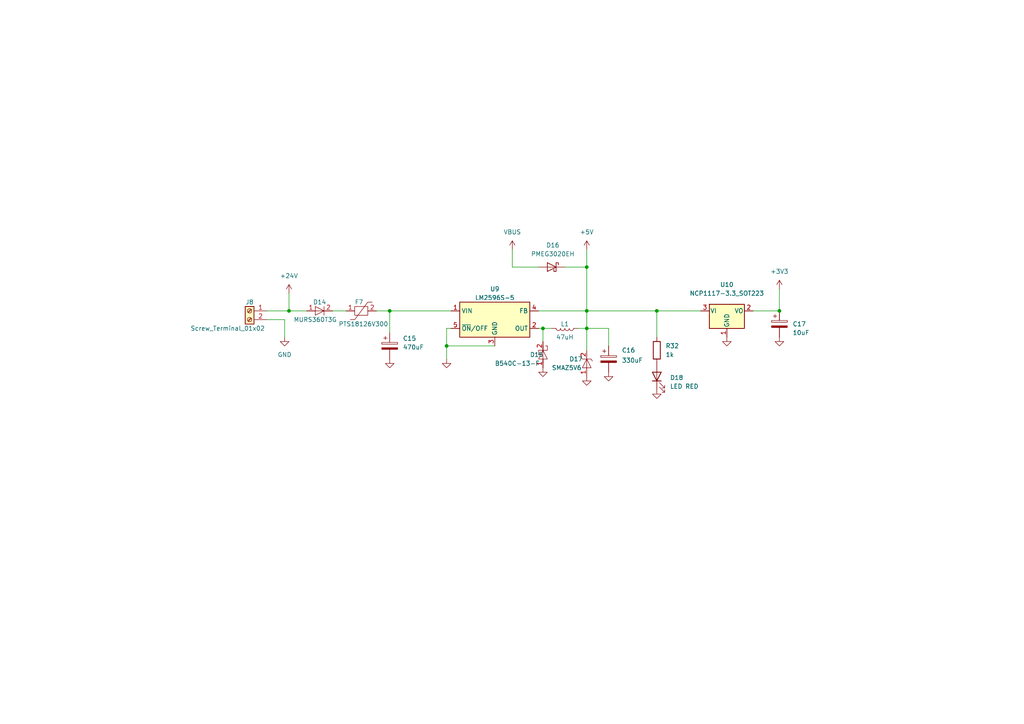
<source format=kicad_sch>
(kicad_sch (version 20211123) (generator eeschema)
  (paper "A4")
  (lib_symbols
    (symbol "Connector:Screw_Terminal_01x02" (pin_names (offset 1.016) hide)
      (property "Reference" "J" (at 0 2.54 0))
      (property "Value" "Screw_Terminal_01x02" (at 0 -5.08 0))
      (symbol "Screw_Terminal_01x02_1_1"
        (rectangle (start -1.27 1.27) (end 1.27 -3.81) (stroke (width 0.254)) (fill (type background)))
        (circle (center 0 -2.54) (radius 0.635) (stroke (width 0.1524)))
        (polyline (pts (xy -0.5334 -2.2098) (xy 0.3302 -3.048)) (stroke (width 0.1524)))
        (polyline (pts (xy -0.5334 0.3302) (xy 0.3302 -0.508)) (stroke (width 0.1524)))
        (polyline (pts (xy -0.3556 -2.032) (xy 0.508 -2.8702)) (stroke (width 0.1524)))
        (polyline (pts (xy -0.3556 0.508) (xy 0.508 -0.3302)) (stroke (width 0.1524)))
        (circle (center 0 0) (radius 0.635) (stroke (width 0.1524)))
        (pin passive line (at -5.08 0 0) (length 3.81) (name "Pin_1") (number "1"))
        (pin passive line (at -5.08 -2.54 0) (length 3.81) (name "Pin_2") (number "2"))
      )
    )
    (symbol "Device:C_Polarized" (pin_numbers hide) (pin_names (offset 0.254))
      (property "Reference" "C" (at 0.635 2.54 0))
      (property "Value" "C_Polarized" (at 0.635 -2.54 0))
      (symbol "C_Polarized_0_1"
        (rectangle (start -2.286 0.508) (end 2.286 1.016))
        (polyline (pts (xy -1.778 2.286) (xy -0.762 2.286)))
        (polyline (pts (xy -1.27 2.794) (xy -1.27 1.778)))
        (rectangle (start 2.286 -0.508) (end -2.286 -1.016) (fill (type outline)))
      )
      (symbol "C_Polarized_1_1"
        (pin passive line (at 0 3.81 270) (length 2.794) (name "~") (number "1"))
        (pin passive line (at 0 -3.81 90) (length 2.794) (name "~") (number "2"))
      )
    )
    (symbol "Device:L" (pin_numbers hide) (pin_names (offset 1.016) hide)
      (property "Reference" "L" (at -1.27 0 90))
      (property "Value" "L" (at 1.905 0 90))
      (symbol "L_0_1"
        (arc (start 0 -2.54) (mid 0.635 -1.905) (end 0 -1.27))
        (arc (start 0 -1.27) (mid 0.635 -0.635) (end 0 0))
        (arc (start 0 0) (mid 0.635 0.635) (end 0 1.27))
        (arc (start 0 1.27) (mid 0.635 1.905) (end 0 2.54))
      )
      (symbol "L_1_1"
        (pin passive line (at 0 3.81 270) (length 1.27) (name "1") (number "1"))
        (pin passive line (at 0 -3.81 90) (length 1.27) (name "2") (number "2"))
      )
    )
    (symbol "Device:LED" (pin_numbers hide) (pin_names (offset 1.016) hide)
      (property "Reference" "D" (at 0 2.54 0))
      (property "Value" "LED" (at 0 -2.54 0))
      (symbol "LED_0_1"
        (polyline (pts (xy -1.27 -1.27) (xy -1.27 1.27)) (stroke (width 0.254)))
        (polyline (pts (xy -1.27 0) (xy 1.27 0)))
        (polyline (pts (xy 1.27 -1.27) (xy 1.27 1.27) (xy -1.27 0) (xy 1.27 -1.27)) (stroke (width 0.254)))
        (polyline (pts (xy -3.048 -0.762) (xy -4.572 -2.286) (xy -3.81 -2.286) (xy -4.572 -2.286) (xy -4.572 -1.524)))
        (polyline (pts (xy -1.778 -0.762) (xy -3.302 -2.286) (xy -2.54 -2.286) (xy -3.302 -2.286) (xy -3.302 -1.524)))
      )
      (symbol "LED_1_1"
        (pin passive line (at -3.81 0 0) (length 2.54) (name "K") (number "1"))
        (pin passive line (at 3.81 0 180) (length 2.54) (name "A") (number "2"))
      )
    )
    (symbol "Device:R" (pin_numbers hide) (pin_names (offset 0))
      (property "Reference" "R" (at 2.032 0 90))
      (property "Value" "R" (at 0 0 90))
      (symbol "R_0_1"
        (rectangle (start -1.016 -2.54) (end 1.016 2.54) (stroke (width 0.254)))
      )
      (symbol "R_1_1"
        (pin passive line (at 0 3.81 270) (length 1.27) (name "~") (number "1"))
        (pin passive line (at 0 -3.81 90) (length 1.27) (name "~") (number "2"))
      )
    )
    (symbol "Diode:PMEG3020EH" (pin_numbers hide) (pin_names hide)
      (property "Reference" "D" (at 0 2.54 0))
      (property "Value" "PMEG3020EH" (at 0 -2.54 0))
      (symbol "PMEG3020EH_0_1"
        (polyline (pts (xy 1.27 0) (xy -1.27 0)))
        (polyline (pts (xy 1.27 1.27) (xy 1.27 -1.27) (xy -1.27 0) (xy 1.27 1.27)) (stroke (width 0.2032)))
        (polyline (pts (xy -1.905 0.635) (xy -1.905 1.27) (xy -1.27 1.27) (xy -1.27 -1.27) (xy -0.635 -1.27) (xy -0.635 -0.635)) (stroke (width 0.2032)))
      )
      (symbol "PMEG3020EH_1_1"
        (pin passive line (at -3.81 0 0) (length 2.54) (name "K") (number "1"))
        (pin passive line (at 3.81 0 180) (length 2.54) (name "A") (number "2"))
      )
    )
    (symbol "Regulator_Linear:NCP1117-3.3_SOT223" (pin_names (offset 0.254))
      (property "Reference" "U" (at -3.81 3.175 0))
      (property "Value" "NCP1117-3.3_SOT223" (at 0 3.175 0))
      (symbol "NCP1117-3.3_SOT223_0_1"
        (rectangle (start -5.08 -5.08) (end 5.08 1.905) (stroke (width 0.254)) (fill (type background)))
      )
      (symbol "NCP1117-3.3_SOT223_1_1"
        (pin power_in line (at 0 -7.62 90) (length 2.54) (name "GND") (number "1"))
        (pin power_out line (at 7.62 0 180) (length 2.54) (name "VO") (number "2"))
        (pin power_in line (at -7.62 0 0) (length 2.54) (name "VI") (number "3"))
      )
    )
    (symbol "Regulator_Switching:LM2596S-5"
      (property "Reference" "U" (at -10.16 6.35 0))
      (property "Value" "LM2596S-5" (at 0 6.35 0))
      (symbol "LM2596S-5_0_1"
        (rectangle (start -10.16 5.08) (end 10.16 -5.08) (stroke (width 0.254)) (fill (type background)))
      )
      (symbol "LM2596S-5_1_1"
        (pin power_in line (at -12.7 2.54 0) (length 2.54) (name "VIN") (number "1"))
        (pin output line (at 12.7 -2.54 180) (length 2.54) (name "OUT") (number "2"))
        (pin power_in line (at 0 -7.62 90) (length 2.54) (name "GND") (number "3"))
        (pin input line (at 12.7 2.54 180) (length 2.54) (name "FB") (number "4"))
        (pin input line (at -12.7 -2.54 0) (length 2.54) (name "~{ON}/OFF") (number "5"))
      )
    )
    (symbol "piaalib:B540C-13-F"
      (property "Reference" "D" (at 0 0 0))
      (property "Value" "B540C-13-F" (at 1.27 -5.08 0))
      (symbol "B540C-13-F_0_1"
        (polyline (pts (xy 2.54 -3.81) (xy 2.5364 -3.2998)))
        (polyline (pts (xy 0 -1.27) (xy 0.0035 -1.6717) (xy 0 -1.27)))
        (polyline (pts (xy 1.27 -2.54) (xy 1.27 -3.81) (xy 2.54 -3.81)))
        (polyline (pts (xy -2.54 -2.54) (xy 2.54 -2.54) (xy 1.27 -2.54) (xy -1.27 -1.27) (xy -1.27 -3.81) (xy 1.27 -2.54) (xy 1.27 -1.27) (xy 0 -1.27)))
      )
      (symbol "B540C-13-F_1_1"
        (pin input line (at -3.81 -2.54 0) (length 2.54) (name "") (number "1"))
        (pin output line (at 3.81 -2.54 180) (length 2.54) (name "") (number "2"))
      )
    )
    (symbol "piaalib:MURS360T3G"
      (property "Reference" "D" (at 0 -1.27 0))
      (property "Value" "MURS360T3G" (at 0 -6.35 0))
      (symbol "MURS360T3G_0_1"
        (polyline (pts (xy 2.54 -3.81) (xy 5.08 -3.81)))
        (polyline (pts (xy 2.54 -2.54) (xy 2.54 -5.08)))
        (polyline (pts (xy -2.54 -3.81) (xy 2.54 -3.81) (xy 0 -2.54) (xy 0 -5.08) (xy 2.54 -3.81)))
      )
      (symbol "MURS360T3G_1_1"
        (pin input line (at -2.54 -3.81 0) (length 2.54) (name "") (number "1"))
        (pin output line (at 5.08 -3.81 180) (length 2.54) (name "") (number "2"))
      )
    )
    (symbol "piaalib:PTS18126V300"
      (property "Reference" "F" (at 0 0 0))
      (property "Value" "PTS18126V300" (at 1.27 -6.35 0))
      (symbol "PTS18126V300_0_1"
        (rectangle (start -1.27 -3.81) (end 2.54 -1.27))
        (polyline (pts (xy -1.27 -2.54) (xy -3.81 -2.54)))
        (polyline (pts (xy 2.54 -2.54) (xy 5.08 -2.54)))
        (polyline (pts (xy 3.81 0) (xy 2.54 0) (xy -1.27 -5.08) (xy -2.54 -5.08)))
      )
      (symbol "PTS18126V300_1_1"
        (pin bidirectional line (at -3.81 -2.54 0) (length 2.54) (name "") (number "1"))
        (pin bidirectional line (at 5.08 -2.54 180) (length 2.54) (name "") (number "2"))
      )
    )
    (symbol "piaalib:SMAZ5V6"
      (property "Reference" "D" (at -1.27 1.27 0))
      (property "Value" "SMAZ5V6" (at 0 -3.81 0))
      (symbol "SMAZ5V6_0_1"
        (polyline (pts (xy -1.27 -1.27) (xy -3.81 -1.27)))
        (polyline (pts (xy 1.27 -1.27) (xy 3.81 -1.27)))
        (polyline (pts (xy -2.54 -1.27) (xy 2.54 -1.27) (xy 1.27 -1.27) (xy -1.27 0) (xy -1.27 -2.54) (xy 1.27 -1.27) (xy 1.27 0) (xy 1.27 -2.54) (xy 1.7257 -3.015) (xy 1.27 -2.54) (xy 1.27 0) (xy 0.698 0.3686)))
      )
      (symbol "SMAZ5V6_1_1"
        (pin input line (at -3.81 -1.27 0) (length 2.54) (name "") (number "1"))
        (pin output line (at 3.81 -1.27 180) (length 2.54) (name "") (number "2"))
      )
    )
    (symbol "power:+24V" (power) (pin_names (offset 0))
      (property "Value" "+24V" (at 0 3.556 0))
      (symbol "+24V_0_1"
        (polyline (pts (xy -0.762 1.27) (xy 0 2.54)))
        (polyline (pts (xy 0 0) (xy 0 2.54)))
        (polyline (pts (xy 0 2.54) (xy 0.762 1.27)))
      )
      (symbol "+24V_1_1"
        (pin power_in line (at 0 0 90) (length 0) hide (name "+24V") (number "1"))
      )
    )
    (symbol "power:+3.3V" (power) (pin_names (offset 0))
      (property "Value" "+3.3V" (at 0 3.556 0))
      (symbol "+3.3V_0_1"
        (polyline (pts (xy -0.762 1.27) (xy 0 2.54)))
        (polyline (pts (xy 0 0) (xy 0 2.54)))
        (polyline (pts (xy 0 2.54) (xy 0.762 1.27)))
      )
      (symbol "+3.3V_1_1"
        (pin power_in line (at 0 0 90) (length 0) hide (name "+3V3") (number "1"))
      )
    )
    (symbol "power:+5V" (power) (pin_names (offset 0))
      (property "Value" "+5V" (at 0 3.556 0))
      (symbol "+5V_0_1"
        (polyline (pts (xy -0.762 1.27) (xy 0 2.54)))
        (polyline (pts (xy 0 0) (xy 0 2.54)))
        (polyline (pts (xy 0 2.54) (xy 0.762 1.27)))
      )
      (symbol "+5V_1_1"
        (pin power_in line (at 0 0 90) (length 0) hide (name "+5V") (number "1"))
      )
    )
    (symbol "power:GND" (power) (pin_names (offset 0))
      (property "Value" "GND" (at 0 -3.81 0))
      (symbol "GND_0_1"
        (polyline (pts (xy 0 0) (xy 0 -1.27) (xy 1.27 -1.27) (xy 0 -2.54) (xy -1.27 -1.27) (xy 0 -1.27)))
      )
      (symbol "GND_1_1"
        (pin power_in line (at 0 0 270) (length 0) hide (name "GND") (number "1"))
      )
    )
    (symbol "power:VBUS" (power) (pin_names (offset 0))
      (property "Value" "VBUS" (at 0 3.81 0))
      (symbol "VBUS_0_1"
        (polyline (pts (xy -0.762 1.27) (xy 0 2.54)))
        (polyline (pts (xy 0 0) (xy 0 2.54)))
        (polyline (pts (xy 0 2.54) (xy 0.762 1.27)))
      )
      (symbol "VBUS_1_1"
        (pin power_in line (at 0 0 90) (length 0) hide (name "VBUS") (number "1"))
      )
    )
  )
  (junction (at 113.03 90.17))
  (junction (at 157.48 95.25))
  (junction (at 190.5 90.17))
  (junction (at 83.82 90.17))
  (junction (at 170.18 77.47))
  (junction (at 129.54 100.33))
  (junction (at 170.18 90.17))
  (junction (at 226.06 90.17))
  (junction (at 170.18 95.25))
  (wire (pts (xy 156.21 95.25) (xy 157.48 95.25)))
  (wire (pts (xy 170.18 90.17) (xy 190.5 90.17)))
  (wire (pts (xy 113.03 90.17) (xy 109.22 90.17)))
  (wire (pts (xy 167.64 95.25) (xy 170.18 95.25)))
  (wire (pts (xy 190.5 90.17) (xy 190.5 97.79)))
  (wire (pts (xy 129.54 100.33) (xy 143.51 100.33)))
  (wire (pts (xy 156.21 90.17) (xy 170.18 90.17)))
  (wire (pts (xy 170.18 72.39) (xy 170.18 77.47)))
  (wire (pts (xy 170.18 95.25) (xy 170.18 101.6)))
  (wire (pts (xy 226.06 83.82) (xy 226.06 90.17)))
  (wire (pts (xy 157.48 95.25) (xy 160.02 95.25)))
  (wire (pts (xy 83.82 85.09) (xy 83.82 90.17)))
  (wire (pts (xy 77.47 92.71) (xy 82.55 92.71)))
  (wire (pts (xy 129.54 95.25) (xy 129.54 100.33)))
  (wire (pts (xy 157.48 95.25) (xy 157.48 99.06)))
  (wire (pts (xy 148.59 77.47) (xy 156.21 77.47)))
  (wire (pts (xy 129.54 100.33) (xy 129.54 104.14)))
  (wire (pts (xy 170.18 90.17) (xy 170.18 95.25)))
  (wire (pts (xy 190.5 90.17) (xy 203.2 90.17)))
  (wire (pts (xy 170.18 95.25) (xy 176.53 95.25)))
  (wire (pts (xy 113.03 90.17) (xy 130.81 90.17)))
  (wire (pts (xy 170.18 77.47) (xy 170.18 90.17)))
  (wire (pts (xy 218.44 90.17) (xy 226.06 90.17)))
  (wire (pts (xy 129.54 95.25) (xy 130.81 95.25)))
  (wire (pts (xy 113.03 96.52) (xy 113.03 90.17)))
  (wire (pts (xy 176.53 95.25) (xy 176.53 100.33)))
  (wire (pts (xy 148.59 72.39) (xy 148.59 77.47)))
  (wire (pts (xy 100.33 90.17) (xy 96.52 90.17)))
  (wire (pts (xy 163.83 77.47) (xy 170.18 77.47)))
  (wire (pts (xy 82.55 92.71) (xy 82.55 97.79)))
  (wire (pts (xy 83.82 90.17) (xy 88.9 90.17)))
  (wire (pts (xy 77.47 90.17) (xy 83.82 90.17)))
  (symbol (lib_id "power:GND") (at 210.82 97.79 0) (unit 1)
    (property "Reference" "#PWR0177" (effects hide))
    (property "Value" "GND" (effects hide))
  )
  (symbol (lib_id "power:GND") (at 82.55 97.79 0) (unit 1)
    (property "Reference" "#PWR0167" (effects hide))
    (property "Value" "GND" (at 82.55 102.87 0))
  )
  (symbol (lib_id "Device:C_Polarized") (at 113.03 100.33 0) (unit 1)
    (property "Reference" "C15" (at 116.84 98.1709 0) (effects (justify left)))
    (property "Value" "470uF" (at 116.84 100.7109 0) (effects (justify left)))
    (property "Footprint" "Capacitor_SMD:CP_Elec_4x3" (effects hide))
  )
  (symbol (lib_id "power:GND") (at 176.53 107.95 0) (unit 1)
    (property "Reference" "#PWR0174" (effects hide))
    (property "Value" "GND" (effects hide))
  )
  (symbol (lib_id "Device:R") (at 190.5 101.6 0) (unit 1)
    (property "Reference" "R32" (at 193.04 100.3299 0) (effects (justify left)))
    (property "Value" "1k" (at 193.04 102.8699 0) (effects (justify left)))
    (property "Footprint" "Resistor_SMD:R_0603_1608Metric" (effects hide))
  )
  (symbol (lib_id "power:+3.3V") (at 226.06 83.82 0) (unit 1)
    (property "Reference" "#PWR0178" (effects hide))
    (property "Value" "+3.3V" (at 226.06 78.74 0))
  )
  (symbol (lib_id "power:+5V") (at 170.18 72.39 0) (unit 1)
    (property "Reference" "#PWR0173" (effects hide))
    (property "Value" "+5V" (at 170.18 67.31 0))
  )
  (symbol (lib_id "power:VBUS") (at 148.59 72.39 0) (unit 1)
    (property "Reference" "#PWR0172" (effects hide))
    (property "Value" "VBUS" (at 148.59 67.31 0))
  )
  (symbol (lib_id "Device:LED") (at 190.5 109.22 90) (unit 1)
    (property "Reference" "D18" (at 194.31 109.5374 90) (effects (justify right)))
    (property "Value" "LED RED" (at 194.31 112.0774 90) (effects (justify right)))
    (property "Footprint" "LED_SMD:LED_0603_1608Metric" (effects hide))
  )
  (symbol (lib_id "Diode:PMEG3020EH") (at 160.02 77.47 0) (mirror y) (unit 1)
    (property "Reference" "D16" (at 160.3375 71.12 0))
    (property "Value" "PMEG3020EH" (at 160.3375 73.66 0))
    (property "Footprint" "Diode_SMD:D_SOD-123F" (effects hide))
    (property "Datasheet" "https://assets.nexperia.com/documents/data-sheet/PMEG3020EH_EJ.pdf" (effects hide))
  )
  (symbol (lib_id "power:GND") (at 129.54 104.14 0) (unit 1)
    (property "Reference" "#PWR0170" (effects hide))
    (property "Value" "GND" (effects hide))
  )
  (symbol (lib_id "Connector:Screw_Terminal_01x02") (at 72.39 90.17 0) (mirror y) (unit 1)
    (property "Reference" "J8" (at 72.39 87.63 0))
    (property "Value" "Screw_Terminal_01x02" (at 66.04 95.25 0))
    (property "Footprint" "Connector_PinHeader_2.00mm:PinHeader_1x02_P2.00mm_Horizontal" (effects hide))
  )
  (symbol (lib_id "Regulator_Linear:NCP1117-3.3_SOT223") (at 210.82 90.17 0) (unit 1)
    (property "Reference" "U10" (at 210.82 82.55 0))
    (property "Value" "NCP1117-3.3_SOT223" (at 210.82 85.09 0))
    (property "Footprint" "Package_TO_SOT_SMD:SOT-223-3_TabPin2" (effects hide))
    (property "Datasheet" "http://www.onsemi.com/pub_link/Collateral/NCP1117-D.PDF" (effects hide))
  )
  (symbol (lib_id "piaalib:SMAZ5V6") (at 171.45 105.41 270) (mirror x) (unit 1)
    (property "Reference" "D17" (at 165.1 104.14 90) (effects (justify left)))
    (property "Value" "SMAZ5V6" (at 160.02 106.68 90) (effects (justify left)))
    (property "Footprint" "piaalib:SMAZ5V6" (effects hide))
    (property "Datasheet" "https://www.diodes.com/assets/Datasheets/ds18015.pdf" (effects hide))
  )
  (symbol (lib_id "power:GND") (at 226.06 97.79 0) (unit 1)
    (property "Reference" "#PWR0176" (effects hide))
    (property "Value" "GND" (effects hide))
  )
  (symbol (lib_id "power:GND") (at 157.48 106.68 0) (unit 1)
    (property "Reference" "#PWR0171" (effects hide))
    (property "Value" "GND" (effects hide))
  )
  (symbol (lib_id "power:GND") (at 190.5 113.03 0) (unit 1)
    (property "Reference" "#PWR0179" (effects hide))
    (property "Value" "GND" (effects hide))
  )
  (symbol (lib_id "Device:C_Polarized") (at 176.53 104.14 0) (unit 1)
    (property "Reference" "C16" (at 180.34 101.6 0) (effects (justify left)))
    (property "Value" "330uF" (at 180.34 104.5209 0) (effects (justify left)))
    (property "Footprint" "Capacitor_SMD:CP_Elec_3x5.4" (effects hide))
  )
  (symbol (lib_id "power:GND") (at 170.18 109.22 0) (unit 1)
    (property "Reference" "#PWR0175" (effects hide))
    (property "Value" "GND" (effects hide))
  )
  (symbol (lib_id "power:+24V") (at 83.82 85.09 0) (unit 1)
    (property "Reference" "#PWR0168" (effects hide))
    (property "Value" "+24V" (at 83.82 80.01 0))
  )
  (symbol (lib_id "Regulator_Switching:LM2596S-5") (at 143.51 92.71 0) (unit 1)
    (property "Reference" "U9" (at 143.51 83.82 0))
    (property "Value" "LM2596S-5" (at 143.51 86.36 0))
    (property "Footprint" "Package_TO_SOT_SMD:TO-263-5_TabPin3" (effects hide))
    (property "Datasheet" "http://www.ti.com/lit/ds/symlink/lm2596.pdf" (effects hide))
  )
  (symbol (lib_id "piaalib:PTS18126V300") (at 104.14 87.63 0) (unit 1)
    (property "Reference" "F7" (at 104.14 87.63 0))
    (property "Value" "PTS18126V300" (at 105.41 93.98 0))
    (property "Footprint" "piaalib:PTS18126V300" (effects hide))
  )
  (symbol (lib_id "Device:L") (at 163.83 95.25 270) (unit 1)
    (property "Reference" "L1" (at 163.83 93.98 90))
    (property "Value" "47uH" (at 163.83 97.79 90))
    (property "Footprint" "Inductor_SMD:L_0805_2012Metric" (effects hide))
  )
  (symbol (lib_id "Device:C_Polarized") (at 226.06 93.98 0) (unit 1)
    (property "Reference" "C17" (at 229.87 93.98 0) (effects (justify left)))
    (property "Value" "10uF" (at 229.87 96.52 0) (effects (justify left)))
    (property "Footprint" "Capacitor_SMD:CP_Elec_3x5.4" (effects hide))
  )
  (symbol (lib_id "power:GND") (at 113.03 104.14 0) (unit 1)
    (property "Reference" "#PWR0169" (effects hide))
    (property "Value" "GND" (effects hide))
  )
  (symbol (lib_id "piaalib:MURS360T3G") (at 91.44 86.36 0) (unit 1)
    (property "Reference" "D14" (at 92.71 87.63 0))
    (property "Value" "MURS360T3G" (at 91.44 92.71 0))
    (property "Footprint" "piaalib:MURS360T3G" (effects hide))
  )
  (symbol (lib_id "piaalib:B540C-13-F") (at 154.94 102.87 90) (unit 1)
    (property "Reference" "D15" (at 153.67 102.87 90) (effects (justify right)))
    (property "Value" "B540C-13-F" (at 143.51 105.41 90) (effects (justify right)))
    (property "Footprint" "piaalib:B540C-13-F" (effects hide))
  )
)
</source>
